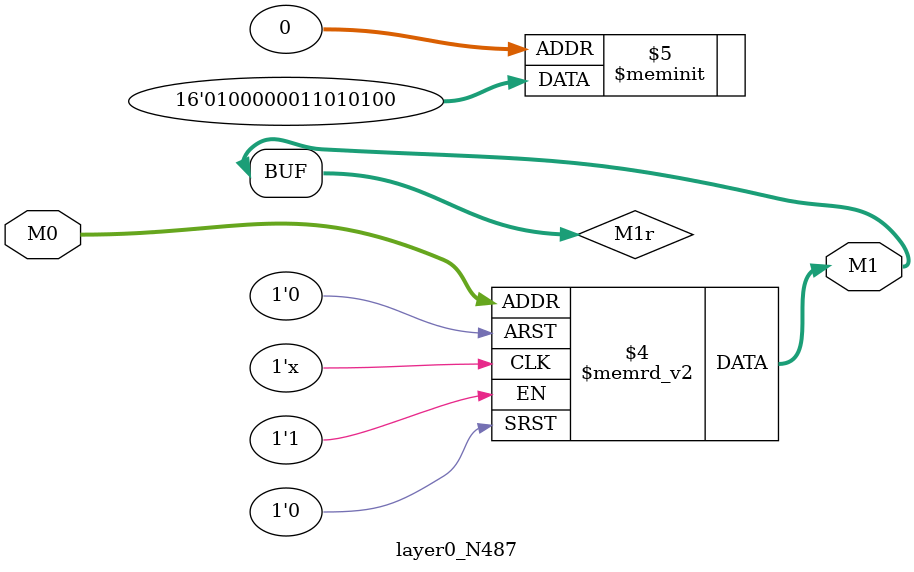
<source format=v>
module layer0_N487 ( input [2:0] M0, output [1:0] M1 );

	(*rom_style = "distributed" *) reg [1:0] M1r;
	assign M1 = M1r;
	always @ (M0) begin
		case (M0)
			3'b000: M1r = 2'b00;
			3'b100: M1r = 2'b00;
			3'b010: M1r = 2'b01;
			3'b110: M1r = 2'b00;
			3'b001: M1r = 2'b01;
			3'b101: M1r = 2'b00;
			3'b011: M1r = 2'b11;
			3'b111: M1r = 2'b01;

		endcase
	end
endmodule

</source>
